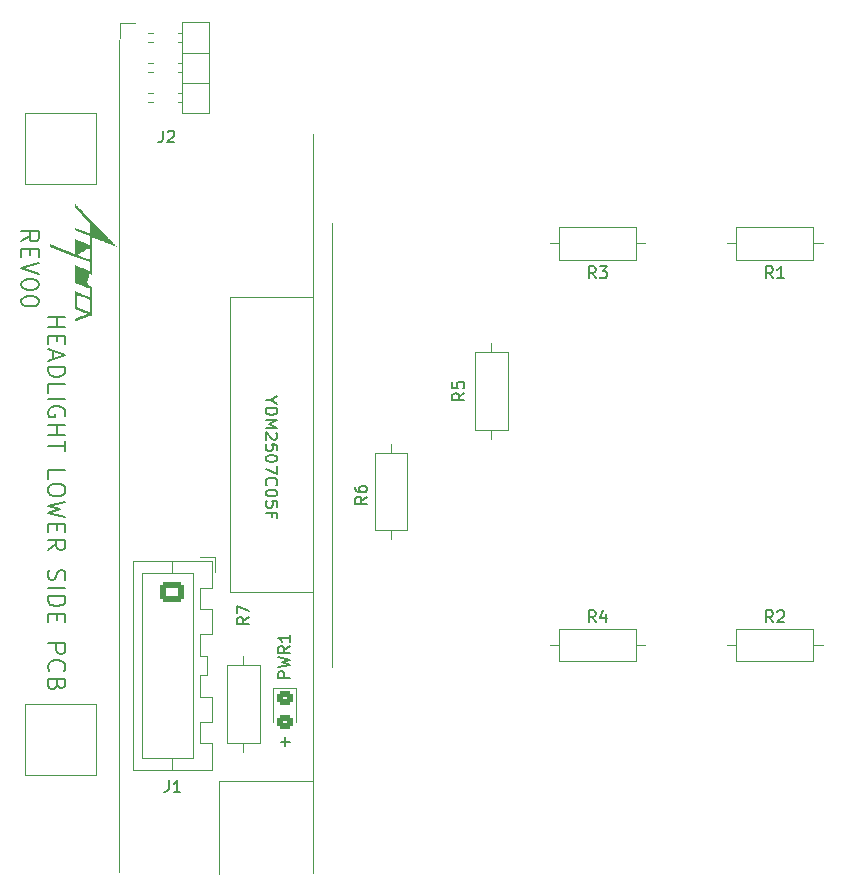
<source format=gbr>
%TF.GenerationSoftware,KiCad,Pcbnew,9.0.0*%
%TF.CreationDate,2025-06-18T11:24:59+09:00*%
%TF.ProjectId,headlight_lower_side,68656164-6c69-4676-9874-5f6c6f776572,00*%
%TF.SameCoordinates,Original*%
%TF.FileFunction,Legend,Top*%
%TF.FilePolarity,Positive*%
%FSLAX46Y46*%
G04 Gerber Fmt 4.6, Leading zero omitted, Abs format (unit mm)*
G04 Created by KiCad (PCBNEW 9.0.0) date 2025-06-18 11:24:59*
%MOMM*%
%LPD*%
G01*
G04 APERTURE LIST*
G04 Aperture macros list*
%AMRoundRect*
0 Rectangle with rounded corners*
0 $1 Rounding radius*
0 $2 $3 $4 $5 $6 $7 $8 $9 X,Y pos of 4 corners*
0 Add a 4 corners polygon primitive as box body*
4,1,4,$2,$3,$4,$5,$6,$7,$8,$9,$2,$3,0*
0 Add four circle primitives for the rounded corners*
1,1,$1+$1,$2,$3*
1,1,$1+$1,$4,$5*
1,1,$1+$1,$6,$7*
1,1,$1+$1,$8,$9*
0 Add four rect primitives between the rounded corners*
20,1,$1+$1,$2,$3,$4,$5,0*
20,1,$1+$1,$4,$5,$6,$7,0*
20,1,$1+$1,$6,$7,$8,$9,0*
20,1,$1+$1,$8,$9,$2,$3,0*%
G04 Aperture macros list end*
%ADD10C,0.187500*%
%ADD11C,0.100000*%
%ADD12C,0.150000*%
%ADD13C,0.120000*%
%ADD14C,0.000000*%
%ADD15C,1.600000*%
%ADD16O,1.600000X1.600000*%
%ADD17C,3.200000*%
%ADD18RoundRect,0.250000X-0.450000X0.325000X-0.450000X-0.325000X0.450000X-0.325000X0.450000X0.325000X0*%
%ADD19RoundRect,0.250000X-0.725000X0.600000X-0.725000X-0.600000X0.725000X-0.600000X0.725000X0.600000X0*%
%ADD20O,1.950000X1.700000*%
%ADD21R,1.700000X1.700000*%
%ADD22O,1.700000X1.700000*%
%ADD23R,1.800000X1.800000*%
%ADD24C,1.800000*%
G04 APERTURE END LIST*
D10*
X60161450Y-87186916D02*
X60923355Y-87186916D01*
X60542402Y-87567869D02*
X60542402Y-86805964D01*
D11*
X44500000Y-87000000D02*
X44500000Y-84000000D01*
X55900000Y-62000000D02*
X55900000Y-49500000D01*
X44500000Y-37000000D02*
X44500000Y-34000000D01*
X38500000Y-84000000D02*
X38500000Y-90000000D01*
X44500000Y-84000000D02*
X38500000Y-84000000D01*
X46500000Y-98250000D02*
X46500000Y-27750000D01*
X55900000Y-74500000D02*
X62900000Y-74500000D01*
X64500000Y-43250000D02*
X64500000Y-80900000D01*
X54900000Y-98400000D02*
X54900000Y-90500000D01*
X54900000Y-90500000D02*
X62900000Y-90500000D01*
X55900000Y-49500000D02*
X62900000Y-49500000D01*
X38500000Y-90000000D02*
X44500000Y-90000000D01*
X44500000Y-40000000D02*
X44500000Y-37000000D01*
X38500000Y-40000000D02*
X44500000Y-40000000D01*
X62900000Y-35700000D02*
X62900000Y-98300000D01*
X44500000Y-90000000D02*
X44500000Y-87000000D01*
X55900000Y-62000000D02*
X55900000Y-74500000D01*
X38500000Y-34000000D02*
X38500000Y-40000000D01*
X44500000Y-34000000D02*
X38500000Y-34000000D01*
D10*
X38193321Y-44837640D02*
X38907607Y-44337640D01*
X38193321Y-43980497D02*
X39693321Y-43980497D01*
X39693321Y-43980497D02*
X39693321Y-44551926D01*
X39693321Y-44551926D02*
X39621892Y-44694783D01*
X39621892Y-44694783D02*
X39550464Y-44766212D01*
X39550464Y-44766212D02*
X39407607Y-44837640D01*
X39407607Y-44837640D02*
X39193321Y-44837640D01*
X39193321Y-44837640D02*
X39050464Y-44766212D01*
X39050464Y-44766212D02*
X38979035Y-44694783D01*
X38979035Y-44694783D02*
X38907607Y-44551926D01*
X38907607Y-44551926D02*
X38907607Y-43980497D01*
X38979035Y-45480497D02*
X38979035Y-45980497D01*
X38193321Y-46194783D02*
X38193321Y-45480497D01*
X38193321Y-45480497D02*
X39693321Y-45480497D01*
X39693321Y-45480497D02*
X39693321Y-46194783D01*
X39693321Y-46623355D02*
X38193321Y-47123355D01*
X38193321Y-47123355D02*
X39693321Y-47623355D01*
X39693321Y-48409069D02*
X39693321Y-48551926D01*
X39693321Y-48551926D02*
X39621892Y-48694783D01*
X39621892Y-48694783D02*
X39550464Y-48766212D01*
X39550464Y-48766212D02*
X39407607Y-48837640D01*
X39407607Y-48837640D02*
X39121892Y-48909069D01*
X39121892Y-48909069D02*
X38764750Y-48909069D01*
X38764750Y-48909069D02*
X38479035Y-48837640D01*
X38479035Y-48837640D02*
X38336178Y-48766212D01*
X38336178Y-48766212D02*
X38264750Y-48694783D01*
X38264750Y-48694783D02*
X38193321Y-48551926D01*
X38193321Y-48551926D02*
X38193321Y-48409069D01*
X38193321Y-48409069D02*
X38264750Y-48266212D01*
X38264750Y-48266212D02*
X38336178Y-48194783D01*
X38336178Y-48194783D02*
X38479035Y-48123354D01*
X38479035Y-48123354D02*
X38764750Y-48051926D01*
X38764750Y-48051926D02*
X39121892Y-48051926D01*
X39121892Y-48051926D02*
X39407607Y-48123354D01*
X39407607Y-48123354D02*
X39550464Y-48194783D01*
X39550464Y-48194783D02*
X39621892Y-48266212D01*
X39621892Y-48266212D02*
X39693321Y-48409069D01*
X39693321Y-49837640D02*
X39693321Y-49980497D01*
X39693321Y-49980497D02*
X39621892Y-50123354D01*
X39621892Y-50123354D02*
X39550464Y-50194783D01*
X39550464Y-50194783D02*
X39407607Y-50266211D01*
X39407607Y-50266211D02*
X39121892Y-50337640D01*
X39121892Y-50337640D02*
X38764750Y-50337640D01*
X38764750Y-50337640D02*
X38479035Y-50266211D01*
X38479035Y-50266211D02*
X38336178Y-50194783D01*
X38336178Y-50194783D02*
X38264750Y-50123354D01*
X38264750Y-50123354D02*
X38193321Y-49980497D01*
X38193321Y-49980497D02*
X38193321Y-49837640D01*
X38193321Y-49837640D02*
X38264750Y-49694783D01*
X38264750Y-49694783D02*
X38336178Y-49623354D01*
X38336178Y-49623354D02*
X38479035Y-49551925D01*
X38479035Y-49551925D02*
X38764750Y-49480497D01*
X38764750Y-49480497D02*
X39121892Y-49480497D01*
X39121892Y-49480497D02*
X39407607Y-49551925D01*
X39407607Y-49551925D02*
X39550464Y-49623354D01*
X39550464Y-49623354D02*
X39621892Y-49694783D01*
X39621892Y-49694783D02*
X39693321Y-49837640D01*
X40443321Y-51230497D02*
X41943321Y-51230497D01*
X41229035Y-51230497D02*
X41229035Y-52087640D01*
X40443321Y-52087640D02*
X41943321Y-52087640D01*
X41229035Y-52801926D02*
X41229035Y-53301926D01*
X40443321Y-53516212D02*
X40443321Y-52801926D01*
X40443321Y-52801926D02*
X41943321Y-52801926D01*
X41943321Y-52801926D02*
X41943321Y-53516212D01*
X40871892Y-54087641D02*
X40871892Y-54801927D01*
X40443321Y-53944784D02*
X41943321Y-54444784D01*
X41943321Y-54444784D02*
X40443321Y-54944784D01*
X40443321Y-55444783D02*
X41943321Y-55444783D01*
X41943321Y-55444783D02*
X41943321Y-55801926D01*
X41943321Y-55801926D02*
X41871892Y-56016212D01*
X41871892Y-56016212D02*
X41729035Y-56159069D01*
X41729035Y-56159069D02*
X41586178Y-56230498D01*
X41586178Y-56230498D02*
X41300464Y-56301926D01*
X41300464Y-56301926D02*
X41086178Y-56301926D01*
X41086178Y-56301926D02*
X40800464Y-56230498D01*
X40800464Y-56230498D02*
X40657607Y-56159069D01*
X40657607Y-56159069D02*
X40514750Y-56016212D01*
X40514750Y-56016212D02*
X40443321Y-55801926D01*
X40443321Y-55801926D02*
X40443321Y-55444783D01*
X40443321Y-57659069D02*
X40443321Y-56944783D01*
X40443321Y-56944783D02*
X41943321Y-56944783D01*
X40443321Y-58159069D02*
X41943321Y-58159069D01*
X41871892Y-59659070D02*
X41943321Y-59516213D01*
X41943321Y-59516213D02*
X41943321Y-59301927D01*
X41943321Y-59301927D02*
X41871892Y-59087641D01*
X41871892Y-59087641D02*
X41729035Y-58944784D01*
X41729035Y-58944784D02*
X41586178Y-58873355D01*
X41586178Y-58873355D02*
X41300464Y-58801927D01*
X41300464Y-58801927D02*
X41086178Y-58801927D01*
X41086178Y-58801927D02*
X40800464Y-58873355D01*
X40800464Y-58873355D02*
X40657607Y-58944784D01*
X40657607Y-58944784D02*
X40514750Y-59087641D01*
X40514750Y-59087641D02*
X40443321Y-59301927D01*
X40443321Y-59301927D02*
X40443321Y-59444784D01*
X40443321Y-59444784D02*
X40514750Y-59659070D01*
X40514750Y-59659070D02*
X40586178Y-59730498D01*
X40586178Y-59730498D02*
X41086178Y-59730498D01*
X41086178Y-59730498D02*
X41086178Y-59444784D01*
X40443321Y-60373355D02*
X41943321Y-60373355D01*
X41229035Y-60373355D02*
X41229035Y-61230498D01*
X40443321Y-61230498D02*
X41943321Y-61230498D01*
X41943321Y-61730499D02*
X41943321Y-62587642D01*
X40443321Y-62159070D02*
X41943321Y-62159070D01*
X40443321Y-64944784D02*
X40443321Y-64230498D01*
X40443321Y-64230498D02*
X41943321Y-64230498D01*
X41943321Y-65730499D02*
X41943321Y-66016213D01*
X41943321Y-66016213D02*
X41871892Y-66159070D01*
X41871892Y-66159070D02*
X41729035Y-66301927D01*
X41729035Y-66301927D02*
X41443321Y-66373356D01*
X41443321Y-66373356D02*
X40943321Y-66373356D01*
X40943321Y-66373356D02*
X40657607Y-66301927D01*
X40657607Y-66301927D02*
X40514750Y-66159070D01*
X40514750Y-66159070D02*
X40443321Y-66016213D01*
X40443321Y-66016213D02*
X40443321Y-65730499D01*
X40443321Y-65730499D02*
X40514750Y-65587642D01*
X40514750Y-65587642D02*
X40657607Y-65444784D01*
X40657607Y-65444784D02*
X40943321Y-65373356D01*
X40943321Y-65373356D02*
X41443321Y-65373356D01*
X41443321Y-65373356D02*
X41729035Y-65444784D01*
X41729035Y-65444784D02*
X41871892Y-65587642D01*
X41871892Y-65587642D02*
X41943321Y-65730499D01*
X41943321Y-66873356D02*
X40443321Y-67230499D01*
X40443321Y-67230499D02*
X41514750Y-67516213D01*
X41514750Y-67516213D02*
X40443321Y-67801928D01*
X40443321Y-67801928D02*
X41943321Y-68159071D01*
X41229035Y-68730499D02*
X41229035Y-69230499D01*
X40443321Y-69444785D02*
X40443321Y-68730499D01*
X40443321Y-68730499D02*
X41943321Y-68730499D01*
X41943321Y-68730499D02*
X41943321Y-69444785D01*
X40443321Y-70944785D02*
X41157607Y-70444785D01*
X40443321Y-70087642D02*
X41943321Y-70087642D01*
X41943321Y-70087642D02*
X41943321Y-70659071D01*
X41943321Y-70659071D02*
X41871892Y-70801928D01*
X41871892Y-70801928D02*
X41800464Y-70873357D01*
X41800464Y-70873357D02*
X41657607Y-70944785D01*
X41657607Y-70944785D02*
X41443321Y-70944785D01*
X41443321Y-70944785D02*
X41300464Y-70873357D01*
X41300464Y-70873357D02*
X41229035Y-70801928D01*
X41229035Y-70801928D02*
X41157607Y-70659071D01*
X41157607Y-70659071D02*
X41157607Y-70087642D01*
X40514750Y-72659071D02*
X40443321Y-72873357D01*
X40443321Y-72873357D02*
X40443321Y-73230499D01*
X40443321Y-73230499D02*
X40514750Y-73373357D01*
X40514750Y-73373357D02*
X40586178Y-73444785D01*
X40586178Y-73444785D02*
X40729035Y-73516214D01*
X40729035Y-73516214D02*
X40871892Y-73516214D01*
X40871892Y-73516214D02*
X41014750Y-73444785D01*
X41014750Y-73444785D02*
X41086178Y-73373357D01*
X41086178Y-73373357D02*
X41157607Y-73230499D01*
X41157607Y-73230499D02*
X41229035Y-72944785D01*
X41229035Y-72944785D02*
X41300464Y-72801928D01*
X41300464Y-72801928D02*
X41371892Y-72730499D01*
X41371892Y-72730499D02*
X41514750Y-72659071D01*
X41514750Y-72659071D02*
X41657607Y-72659071D01*
X41657607Y-72659071D02*
X41800464Y-72730499D01*
X41800464Y-72730499D02*
X41871892Y-72801928D01*
X41871892Y-72801928D02*
X41943321Y-72944785D01*
X41943321Y-72944785D02*
X41943321Y-73301928D01*
X41943321Y-73301928D02*
X41871892Y-73516214D01*
X40443321Y-74159070D02*
X41943321Y-74159070D01*
X40443321Y-74873356D02*
X41943321Y-74873356D01*
X41943321Y-74873356D02*
X41943321Y-75230499D01*
X41943321Y-75230499D02*
X41871892Y-75444785D01*
X41871892Y-75444785D02*
X41729035Y-75587642D01*
X41729035Y-75587642D02*
X41586178Y-75659071D01*
X41586178Y-75659071D02*
X41300464Y-75730499D01*
X41300464Y-75730499D02*
X41086178Y-75730499D01*
X41086178Y-75730499D02*
X40800464Y-75659071D01*
X40800464Y-75659071D02*
X40657607Y-75587642D01*
X40657607Y-75587642D02*
X40514750Y-75444785D01*
X40514750Y-75444785D02*
X40443321Y-75230499D01*
X40443321Y-75230499D02*
X40443321Y-74873356D01*
X41229035Y-76373356D02*
X41229035Y-76873356D01*
X40443321Y-77087642D02*
X40443321Y-76373356D01*
X40443321Y-76373356D02*
X41943321Y-76373356D01*
X41943321Y-76373356D02*
X41943321Y-77087642D01*
X40443321Y-78873356D02*
X41943321Y-78873356D01*
X41943321Y-78873356D02*
X41943321Y-79444785D01*
X41943321Y-79444785D02*
X41871892Y-79587642D01*
X41871892Y-79587642D02*
X41800464Y-79659071D01*
X41800464Y-79659071D02*
X41657607Y-79730499D01*
X41657607Y-79730499D02*
X41443321Y-79730499D01*
X41443321Y-79730499D02*
X41300464Y-79659071D01*
X41300464Y-79659071D02*
X41229035Y-79587642D01*
X41229035Y-79587642D02*
X41157607Y-79444785D01*
X41157607Y-79444785D02*
X41157607Y-78873356D01*
X40586178Y-81230499D02*
X40514750Y-81159071D01*
X40514750Y-81159071D02*
X40443321Y-80944785D01*
X40443321Y-80944785D02*
X40443321Y-80801928D01*
X40443321Y-80801928D02*
X40514750Y-80587642D01*
X40514750Y-80587642D02*
X40657607Y-80444785D01*
X40657607Y-80444785D02*
X40800464Y-80373356D01*
X40800464Y-80373356D02*
X41086178Y-80301928D01*
X41086178Y-80301928D02*
X41300464Y-80301928D01*
X41300464Y-80301928D02*
X41586178Y-80373356D01*
X41586178Y-80373356D02*
X41729035Y-80444785D01*
X41729035Y-80444785D02*
X41871892Y-80587642D01*
X41871892Y-80587642D02*
X41943321Y-80801928D01*
X41943321Y-80801928D02*
X41943321Y-80944785D01*
X41943321Y-80944785D02*
X41871892Y-81159071D01*
X41871892Y-81159071D02*
X41800464Y-81230499D01*
X41229035Y-82373356D02*
X41157607Y-82587642D01*
X41157607Y-82587642D02*
X41086178Y-82659071D01*
X41086178Y-82659071D02*
X40943321Y-82730499D01*
X40943321Y-82730499D02*
X40729035Y-82730499D01*
X40729035Y-82730499D02*
X40586178Y-82659071D01*
X40586178Y-82659071D02*
X40514750Y-82587642D01*
X40514750Y-82587642D02*
X40443321Y-82444785D01*
X40443321Y-82444785D02*
X40443321Y-81873356D01*
X40443321Y-81873356D02*
X41943321Y-81873356D01*
X41943321Y-81873356D02*
X41943321Y-82373356D01*
X41943321Y-82373356D02*
X41871892Y-82516214D01*
X41871892Y-82516214D02*
X41800464Y-82587642D01*
X41800464Y-82587642D02*
X41657607Y-82659071D01*
X41657607Y-82659071D02*
X41514750Y-82659071D01*
X41514750Y-82659071D02*
X41371892Y-82587642D01*
X41371892Y-82587642D02*
X41300464Y-82516214D01*
X41300464Y-82516214D02*
X41229035Y-82373356D01*
X41229035Y-82373356D02*
X41229035Y-81873356D01*
D12*
X59356371Y-58277255D02*
X58880180Y-58277255D01*
X59880180Y-57943922D02*
X59356371Y-58277255D01*
X59356371Y-58277255D02*
X59880180Y-58610588D01*
X58880180Y-58943922D02*
X59880180Y-58943922D01*
X59880180Y-58943922D02*
X59880180Y-59182017D01*
X59880180Y-59182017D02*
X59832561Y-59324874D01*
X59832561Y-59324874D02*
X59737323Y-59420112D01*
X59737323Y-59420112D02*
X59642085Y-59467731D01*
X59642085Y-59467731D02*
X59451609Y-59515350D01*
X59451609Y-59515350D02*
X59308752Y-59515350D01*
X59308752Y-59515350D02*
X59118276Y-59467731D01*
X59118276Y-59467731D02*
X59023038Y-59420112D01*
X59023038Y-59420112D02*
X58927800Y-59324874D01*
X58927800Y-59324874D02*
X58880180Y-59182017D01*
X58880180Y-59182017D02*
X58880180Y-58943922D01*
X58880180Y-59943922D02*
X59880180Y-59943922D01*
X59880180Y-59943922D02*
X59165895Y-60277255D01*
X59165895Y-60277255D02*
X59880180Y-60610588D01*
X59880180Y-60610588D02*
X58880180Y-60610588D01*
X59784942Y-61039160D02*
X59832561Y-61086779D01*
X59832561Y-61086779D02*
X59880180Y-61182017D01*
X59880180Y-61182017D02*
X59880180Y-61420112D01*
X59880180Y-61420112D02*
X59832561Y-61515350D01*
X59832561Y-61515350D02*
X59784942Y-61562969D01*
X59784942Y-61562969D02*
X59689704Y-61610588D01*
X59689704Y-61610588D02*
X59594466Y-61610588D01*
X59594466Y-61610588D02*
X59451609Y-61562969D01*
X59451609Y-61562969D02*
X58880180Y-60991541D01*
X58880180Y-60991541D02*
X58880180Y-61610588D01*
X59880180Y-62515350D02*
X59880180Y-62039160D01*
X59880180Y-62039160D02*
X59403990Y-61991541D01*
X59403990Y-61991541D02*
X59451609Y-62039160D01*
X59451609Y-62039160D02*
X59499228Y-62134398D01*
X59499228Y-62134398D02*
X59499228Y-62372493D01*
X59499228Y-62372493D02*
X59451609Y-62467731D01*
X59451609Y-62467731D02*
X59403990Y-62515350D01*
X59403990Y-62515350D02*
X59308752Y-62562969D01*
X59308752Y-62562969D02*
X59070657Y-62562969D01*
X59070657Y-62562969D02*
X58975419Y-62515350D01*
X58975419Y-62515350D02*
X58927800Y-62467731D01*
X58927800Y-62467731D02*
X58880180Y-62372493D01*
X58880180Y-62372493D02*
X58880180Y-62134398D01*
X58880180Y-62134398D02*
X58927800Y-62039160D01*
X58927800Y-62039160D02*
X58975419Y-61991541D01*
X59880180Y-63182017D02*
X59880180Y-63277255D01*
X59880180Y-63277255D02*
X59832561Y-63372493D01*
X59832561Y-63372493D02*
X59784942Y-63420112D01*
X59784942Y-63420112D02*
X59689704Y-63467731D01*
X59689704Y-63467731D02*
X59499228Y-63515350D01*
X59499228Y-63515350D02*
X59261133Y-63515350D01*
X59261133Y-63515350D02*
X59070657Y-63467731D01*
X59070657Y-63467731D02*
X58975419Y-63420112D01*
X58975419Y-63420112D02*
X58927800Y-63372493D01*
X58927800Y-63372493D02*
X58880180Y-63277255D01*
X58880180Y-63277255D02*
X58880180Y-63182017D01*
X58880180Y-63182017D02*
X58927800Y-63086779D01*
X58927800Y-63086779D02*
X58975419Y-63039160D01*
X58975419Y-63039160D02*
X59070657Y-62991541D01*
X59070657Y-62991541D02*
X59261133Y-62943922D01*
X59261133Y-62943922D02*
X59499228Y-62943922D01*
X59499228Y-62943922D02*
X59689704Y-62991541D01*
X59689704Y-62991541D02*
X59784942Y-63039160D01*
X59784942Y-63039160D02*
X59832561Y-63086779D01*
X59832561Y-63086779D02*
X59880180Y-63182017D01*
X59880180Y-63848684D02*
X59880180Y-64515350D01*
X59880180Y-64515350D02*
X58880180Y-64086779D01*
X58975419Y-65467731D02*
X58927800Y-65420112D01*
X58927800Y-65420112D02*
X58880180Y-65277255D01*
X58880180Y-65277255D02*
X58880180Y-65182017D01*
X58880180Y-65182017D02*
X58927800Y-65039160D01*
X58927800Y-65039160D02*
X59023038Y-64943922D01*
X59023038Y-64943922D02*
X59118276Y-64896303D01*
X59118276Y-64896303D02*
X59308752Y-64848684D01*
X59308752Y-64848684D02*
X59451609Y-64848684D01*
X59451609Y-64848684D02*
X59642085Y-64896303D01*
X59642085Y-64896303D02*
X59737323Y-64943922D01*
X59737323Y-64943922D02*
X59832561Y-65039160D01*
X59832561Y-65039160D02*
X59880180Y-65182017D01*
X59880180Y-65182017D02*
X59880180Y-65277255D01*
X59880180Y-65277255D02*
X59832561Y-65420112D01*
X59832561Y-65420112D02*
X59784942Y-65467731D01*
X59880180Y-66086779D02*
X59880180Y-66182017D01*
X59880180Y-66182017D02*
X59832561Y-66277255D01*
X59832561Y-66277255D02*
X59784942Y-66324874D01*
X59784942Y-66324874D02*
X59689704Y-66372493D01*
X59689704Y-66372493D02*
X59499228Y-66420112D01*
X59499228Y-66420112D02*
X59261133Y-66420112D01*
X59261133Y-66420112D02*
X59070657Y-66372493D01*
X59070657Y-66372493D02*
X58975419Y-66324874D01*
X58975419Y-66324874D02*
X58927800Y-66277255D01*
X58927800Y-66277255D02*
X58880180Y-66182017D01*
X58880180Y-66182017D02*
X58880180Y-66086779D01*
X58880180Y-66086779D02*
X58927800Y-65991541D01*
X58927800Y-65991541D02*
X58975419Y-65943922D01*
X58975419Y-65943922D02*
X59070657Y-65896303D01*
X59070657Y-65896303D02*
X59261133Y-65848684D01*
X59261133Y-65848684D02*
X59499228Y-65848684D01*
X59499228Y-65848684D02*
X59689704Y-65896303D01*
X59689704Y-65896303D02*
X59784942Y-65943922D01*
X59784942Y-65943922D02*
X59832561Y-65991541D01*
X59832561Y-65991541D02*
X59880180Y-66086779D01*
X59880180Y-67324874D02*
X59880180Y-66848684D01*
X59880180Y-66848684D02*
X59403990Y-66801065D01*
X59403990Y-66801065D02*
X59451609Y-66848684D01*
X59451609Y-66848684D02*
X59499228Y-66943922D01*
X59499228Y-66943922D02*
X59499228Y-67182017D01*
X59499228Y-67182017D02*
X59451609Y-67277255D01*
X59451609Y-67277255D02*
X59403990Y-67324874D01*
X59403990Y-67324874D02*
X59308752Y-67372493D01*
X59308752Y-67372493D02*
X59070657Y-67372493D01*
X59070657Y-67372493D02*
X58975419Y-67324874D01*
X58975419Y-67324874D02*
X58927800Y-67277255D01*
X58927800Y-67277255D02*
X58880180Y-67182017D01*
X58880180Y-67182017D02*
X58880180Y-66943922D01*
X58880180Y-66943922D02*
X58927800Y-66848684D01*
X58927800Y-66848684D02*
X58975419Y-66801065D01*
X59403990Y-68134398D02*
X59403990Y-67801065D01*
X58880180Y-67801065D02*
X59880180Y-67801065D01*
X59880180Y-67801065D02*
X59880180Y-68277255D01*
X75704819Y-57666666D02*
X75228628Y-57999999D01*
X75704819Y-58238094D02*
X74704819Y-58238094D01*
X74704819Y-58238094D02*
X74704819Y-57857142D01*
X74704819Y-57857142D02*
X74752438Y-57761904D01*
X74752438Y-57761904D02*
X74800057Y-57714285D01*
X74800057Y-57714285D02*
X74895295Y-57666666D01*
X74895295Y-57666666D02*
X75038152Y-57666666D01*
X75038152Y-57666666D02*
X75133390Y-57714285D01*
X75133390Y-57714285D02*
X75181009Y-57761904D01*
X75181009Y-57761904D02*
X75228628Y-57857142D01*
X75228628Y-57857142D02*
X75228628Y-58238094D01*
X74704819Y-56761904D02*
X74704819Y-57238094D01*
X74704819Y-57238094D02*
X75181009Y-57285713D01*
X75181009Y-57285713D02*
X75133390Y-57238094D01*
X75133390Y-57238094D02*
X75085771Y-57142856D01*
X75085771Y-57142856D02*
X75085771Y-56904761D01*
X75085771Y-56904761D02*
X75133390Y-56809523D01*
X75133390Y-56809523D02*
X75181009Y-56761904D01*
X75181009Y-56761904D02*
X75276247Y-56714285D01*
X75276247Y-56714285D02*
X75514342Y-56714285D01*
X75514342Y-56714285D02*
X75609580Y-56761904D01*
X75609580Y-56761904D02*
X75657200Y-56809523D01*
X75657200Y-56809523D02*
X75704819Y-56904761D01*
X75704819Y-56904761D02*
X75704819Y-57142856D01*
X75704819Y-57142856D02*
X75657200Y-57238094D01*
X75657200Y-57238094D02*
X75609580Y-57285713D01*
X101833333Y-77084819D02*
X101500000Y-76608628D01*
X101261905Y-77084819D02*
X101261905Y-76084819D01*
X101261905Y-76084819D02*
X101642857Y-76084819D01*
X101642857Y-76084819D02*
X101738095Y-76132438D01*
X101738095Y-76132438D02*
X101785714Y-76180057D01*
X101785714Y-76180057D02*
X101833333Y-76275295D01*
X101833333Y-76275295D02*
X101833333Y-76418152D01*
X101833333Y-76418152D02*
X101785714Y-76513390D01*
X101785714Y-76513390D02*
X101738095Y-76561009D01*
X101738095Y-76561009D02*
X101642857Y-76608628D01*
X101642857Y-76608628D02*
X101261905Y-76608628D01*
X102214286Y-76180057D02*
X102261905Y-76132438D01*
X102261905Y-76132438D02*
X102357143Y-76084819D01*
X102357143Y-76084819D02*
X102595238Y-76084819D01*
X102595238Y-76084819D02*
X102690476Y-76132438D01*
X102690476Y-76132438D02*
X102738095Y-76180057D01*
X102738095Y-76180057D02*
X102785714Y-76275295D01*
X102785714Y-76275295D02*
X102785714Y-76370533D01*
X102785714Y-76370533D02*
X102738095Y-76513390D01*
X102738095Y-76513390D02*
X102166667Y-77084819D01*
X102166667Y-77084819D02*
X102785714Y-77084819D01*
X57454819Y-76666666D02*
X56978628Y-76999999D01*
X57454819Y-77238094D02*
X56454819Y-77238094D01*
X56454819Y-77238094D02*
X56454819Y-76857142D01*
X56454819Y-76857142D02*
X56502438Y-76761904D01*
X56502438Y-76761904D02*
X56550057Y-76714285D01*
X56550057Y-76714285D02*
X56645295Y-76666666D01*
X56645295Y-76666666D02*
X56788152Y-76666666D01*
X56788152Y-76666666D02*
X56883390Y-76714285D01*
X56883390Y-76714285D02*
X56931009Y-76761904D01*
X56931009Y-76761904D02*
X56978628Y-76857142D01*
X56978628Y-76857142D02*
X56978628Y-77238094D01*
X56454819Y-76333332D02*
X56454819Y-75666666D01*
X56454819Y-75666666D02*
X57454819Y-76095237D01*
X101833333Y-47954819D02*
X101500000Y-47478628D01*
X101261905Y-47954819D02*
X101261905Y-46954819D01*
X101261905Y-46954819D02*
X101642857Y-46954819D01*
X101642857Y-46954819D02*
X101738095Y-47002438D01*
X101738095Y-47002438D02*
X101785714Y-47050057D01*
X101785714Y-47050057D02*
X101833333Y-47145295D01*
X101833333Y-47145295D02*
X101833333Y-47288152D01*
X101833333Y-47288152D02*
X101785714Y-47383390D01*
X101785714Y-47383390D02*
X101738095Y-47431009D01*
X101738095Y-47431009D02*
X101642857Y-47478628D01*
X101642857Y-47478628D02*
X101261905Y-47478628D01*
X102785714Y-47954819D02*
X102214286Y-47954819D01*
X102500000Y-47954819D02*
X102500000Y-46954819D01*
X102500000Y-46954819D02*
X102404762Y-47097676D01*
X102404762Y-47097676D02*
X102309524Y-47192914D01*
X102309524Y-47192914D02*
X102214286Y-47240533D01*
X67454819Y-66466666D02*
X66978628Y-66799999D01*
X67454819Y-67038094D02*
X66454819Y-67038094D01*
X66454819Y-67038094D02*
X66454819Y-66657142D01*
X66454819Y-66657142D02*
X66502438Y-66561904D01*
X66502438Y-66561904D02*
X66550057Y-66514285D01*
X66550057Y-66514285D02*
X66645295Y-66466666D01*
X66645295Y-66466666D02*
X66788152Y-66466666D01*
X66788152Y-66466666D02*
X66883390Y-66514285D01*
X66883390Y-66514285D02*
X66931009Y-66561904D01*
X66931009Y-66561904D02*
X66978628Y-66657142D01*
X66978628Y-66657142D02*
X66978628Y-67038094D01*
X66454819Y-65609523D02*
X66454819Y-65799999D01*
X66454819Y-65799999D02*
X66502438Y-65895237D01*
X66502438Y-65895237D02*
X66550057Y-65942856D01*
X66550057Y-65942856D02*
X66692914Y-66038094D01*
X66692914Y-66038094D02*
X66883390Y-66085713D01*
X66883390Y-66085713D02*
X67264342Y-66085713D01*
X67264342Y-66085713D02*
X67359580Y-66038094D01*
X67359580Y-66038094D02*
X67407200Y-65990475D01*
X67407200Y-65990475D02*
X67454819Y-65895237D01*
X67454819Y-65895237D02*
X67454819Y-65704761D01*
X67454819Y-65704761D02*
X67407200Y-65609523D01*
X67407200Y-65609523D02*
X67359580Y-65561904D01*
X67359580Y-65561904D02*
X67264342Y-65514285D01*
X67264342Y-65514285D02*
X67026247Y-65514285D01*
X67026247Y-65514285D02*
X66931009Y-65561904D01*
X66931009Y-65561904D02*
X66883390Y-65609523D01*
X66883390Y-65609523D02*
X66835771Y-65704761D01*
X66835771Y-65704761D02*
X66835771Y-65895237D01*
X66835771Y-65895237D02*
X66883390Y-65990475D01*
X66883390Y-65990475D02*
X66931009Y-66038094D01*
X66931009Y-66038094D02*
X67026247Y-66085713D01*
X60954819Y-81809523D02*
X59954819Y-81809523D01*
X59954819Y-81809523D02*
X59954819Y-81428571D01*
X59954819Y-81428571D02*
X60002438Y-81333333D01*
X60002438Y-81333333D02*
X60050057Y-81285714D01*
X60050057Y-81285714D02*
X60145295Y-81238095D01*
X60145295Y-81238095D02*
X60288152Y-81238095D01*
X60288152Y-81238095D02*
X60383390Y-81285714D01*
X60383390Y-81285714D02*
X60431009Y-81333333D01*
X60431009Y-81333333D02*
X60478628Y-81428571D01*
X60478628Y-81428571D02*
X60478628Y-81809523D01*
X59954819Y-80904761D02*
X60954819Y-80666666D01*
X60954819Y-80666666D02*
X60240533Y-80476190D01*
X60240533Y-80476190D02*
X60954819Y-80285714D01*
X60954819Y-80285714D02*
X59954819Y-80047619D01*
X60954819Y-79095238D02*
X60478628Y-79428571D01*
X60954819Y-79666666D02*
X59954819Y-79666666D01*
X59954819Y-79666666D02*
X59954819Y-79285714D01*
X59954819Y-79285714D02*
X60002438Y-79190476D01*
X60002438Y-79190476D02*
X60050057Y-79142857D01*
X60050057Y-79142857D02*
X60145295Y-79095238D01*
X60145295Y-79095238D02*
X60288152Y-79095238D01*
X60288152Y-79095238D02*
X60383390Y-79142857D01*
X60383390Y-79142857D02*
X60431009Y-79190476D01*
X60431009Y-79190476D02*
X60478628Y-79285714D01*
X60478628Y-79285714D02*
X60478628Y-79666666D01*
X60954819Y-78142857D02*
X60954819Y-78714285D01*
X60954819Y-78428571D02*
X59954819Y-78428571D01*
X59954819Y-78428571D02*
X60097676Y-78523809D01*
X60097676Y-78523809D02*
X60192914Y-78619047D01*
X60192914Y-78619047D02*
X60240533Y-78714285D01*
X86833333Y-77084819D02*
X86500000Y-76608628D01*
X86261905Y-77084819D02*
X86261905Y-76084819D01*
X86261905Y-76084819D02*
X86642857Y-76084819D01*
X86642857Y-76084819D02*
X86738095Y-76132438D01*
X86738095Y-76132438D02*
X86785714Y-76180057D01*
X86785714Y-76180057D02*
X86833333Y-76275295D01*
X86833333Y-76275295D02*
X86833333Y-76418152D01*
X86833333Y-76418152D02*
X86785714Y-76513390D01*
X86785714Y-76513390D02*
X86738095Y-76561009D01*
X86738095Y-76561009D02*
X86642857Y-76608628D01*
X86642857Y-76608628D02*
X86261905Y-76608628D01*
X87690476Y-76418152D02*
X87690476Y-77084819D01*
X87452381Y-76037200D02*
X87214286Y-76751485D01*
X87214286Y-76751485D02*
X87833333Y-76751485D01*
X86833333Y-47954819D02*
X86500000Y-47478628D01*
X86261905Y-47954819D02*
X86261905Y-46954819D01*
X86261905Y-46954819D02*
X86642857Y-46954819D01*
X86642857Y-46954819D02*
X86738095Y-47002438D01*
X86738095Y-47002438D02*
X86785714Y-47050057D01*
X86785714Y-47050057D02*
X86833333Y-47145295D01*
X86833333Y-47145295D02*
X86833333Y-47288152D01*
X86833333Y-47288152D02*
X86785714Y-47383390D01*
X86785714Y-47383390D02*
X86738095Y-47431009D01*
X86738095Y-47431009D02*
X86642857Y-47478628D01*
X86642857Y-47478628D02*
X86261905Y-47478628D01*
X87166667Y-46954819D02*
X87785714Y-46954819D01*
X87785714Y-46954819D02*
X87452381Y-47335771D01*
X87452381Y-47335771D02*
X87595238Y-47335771D01*
X87595238Y-47335771D02*
X87690476Y-47383390D01*
X87690476Y-47383390D02*
X87738095Y-47431009D01*
X87738095Y-47431009D02*
X87785714Y-47526247D01*
X87785714Y-47526247D02*
X87785714Y-47764342D01*
X87785714Y-47764342D02*
X87738095Y-47859580D01*
X87738095Y-47859580D02*
X87690476Y-47907200D01*
X87690476Y-47907200D02*
X87595238Y-47954819D01*
X87595238Y-47954819D02*
X87309524Y-47954819D01*
X87309524Y-47954819D02*
X87214286Y-47907200D01*
X87214286Y-47907200D02*
X87166667Y-47859580D01*
X50666666Y-90454819D02*
X50666666Y-91169104D01*
X50666666Y-91169104D02*
X50619047Y-91311961D01*
X50619047Y-91311961D02*
X50523809Y-91407200D01*
X50523809Y-91407200D02*
X50380952Y-91454819D01*
X50380952Y-91454819D02*
X50285714Y-91454819D01*
X51666666Y-91454819D02*
X51095238Y-91454819D01*
X51380952Y-91454819D02*
X51380952Y-90454819D01*
X51380952Y-90454819D02*
X51285714Y-90597676D01*
X51285714Y-90597676D02*
X51190476Y-90692914D01*
X51190476Y-90692914D02*
X51095238Y-90740533D01*
X50166666Y-35454819D02*
X50166666Y-36169104D01*
X50166666Y-36169104D02*
X50119047Y-36311961D01*
X50119047Y-36311961D02*
X50023809Y-36407200D01*
X50023809Y-36407200D02*
X49880952Y-36454819D01*
X49880952Y-36454819D02*
X49785714Y-36454819D01*
X50595238Y-35550057D02*
X50642857Y-35502438D01*
X50642857Y-35502438D02*
X50738095Y-35454819D01*
X50738095Y-35454819D02*
X50976190Y-35454819D01*
X50976190Y-35454819D02*
X51071428Y-35502438D01*
X51071428Y-35502438D02*
X51119047Y-35550057D01*
X51119047Y-35550057D02*
X51166666Y-35645295D01*
X51166666Y-35645295D02*
X51166666Y-35740533D01*
X51166666Y-35740533D02*
X51119047Y-35883390D01*
X51119047Y-35883390D02*
X50547619Y-36454819D01*
X50547619Y-36454819D02*
X51166666Y-36454819D01*
D13*
%TO.C,R5*%
X76630000Y-54230000D02*
X76630000Y-60770000D01*
X76630000Y-60770000D02*
X79370000Y-60770000D01*
X78000000Y-53460000D02*
X78000000Y-54230000D01*
X78000000Y-61540000D02*
X78000000Y-60770000D01*
X79370000Y-54230000D02*
X76630000Y-54230000D01*
X79370000Y-60770000D02*
X79370000Y-54230000D01*
%TO.C,R2*%
X97960000Y-79000000D02*
X98730000Y-79000000D01*
X98730000Y-77630000D02*
X98730000Y-80370000D01*
X98730000Y-80370000D02*
X105270000Y-80370000D01*
X105270000Y-77630000D02*
X98730000Y-77630000D01*
X105270000Y-80370000D02*
X105270000Y-77630000D01*
X106040000Y-79000000D02*
X105270000Y-79000000D01*
%TO.C,R7*%
X55630000Y-80730000D02*
X55630000Y-87270000D01*
X55630000Y-87270000D02*
X58370000Y-87270000D01*
X57000000Y-79960000D02*
X57000000Y-80730000D01*
X57000000Y-88040000D02*
X57000000Y-87270000D01*
X58370000Y-80730000D02*
X55630000Y-80730000D01*
X58370000Y-87270000D02*
X58370000Y-80730000D01*
%TO.C,R1*%
X97960000Y-45000000D02*
X98730000Y-45000000D01*
X98730000Y-43630000D02*
X98730000Y-46370000D01*
X98730000Y-46370000D02*
X105270000Y-46370000D01*
X105270000Y-43630000D02*
X98730000Y-43630000D01*
X105270000Y-46370000D02*
X105270000Y-43630000D01*
X106040000Y-45000000D02*
X105270000Y-45000000D01*
D14*
%TO.C,G\u002A\u002A\u002A*%
G36*
X42828662Y-41733178D02*
G01*
X42865244Y-41770225D01*
X42913384Y-41819171D01*
X42972359Y-41879276D01*
X43041450Y-41949799D01*
X43119933Y-42030000D01*
X43207088Y-42119137D01*
X43302195Y-42216470D01*
X43404531Y-42321259D01*
X43513376Y-42432761D01*
X43628007Y-42550238D01*
X43747705Y-42672947D01*
X43871748Y-42800149D01*
X43999414Y-42931102D01*
X44129983Y-43065066D01*
X44262732Y-43201299D01*
X44396942Y-43339062D01*
X44531890Y-43477613D01*
X44666856Y-43616212D01*
X44801118Y-43754118D01*
X44933955Y-43890590D01*
X45064646Y-44024888D01*
X45192469Y-44156270D01*
X45316704Y-44283996D01*
X45436629Y-44407326D01*
X45551522Y-44525518D01*
X45660664Y-44637831D01*
X45763331Y-44743526D01*
X45858805Y-44841860D01*
X45946362Y-44932094D01*
X46025282Y-45013487D01*
X46094843Y-45085298D01*
X46154325Y-45146786D01*
X46203006Y-45197211D01*
X46240165Y-45235831D01*
X46265080Y-45261906D01*
X46277031Y-45274695D01*
X46278021Y-45275924D01*
X46268369Y-45272886D01*
X46241290Y-45263003D01*
X46197980Y-45246737D01*
X46139639Y-45224550D01*
X46067463Y-45196905D01*
X45982651Y-45164263D01*
X45886400Y-45127086D01*
X45779910Y-45085837D01*
X45664376Y-45040977D01*
X45540998Y-44992969D01*
X45410973Y-44942274D01*
X45275500Y-44889356D01*
X45254674Y-44881212D01*
X45118406Y-44827980D01*
X44987350Y-44776903D01*
X44862708Y-44728445D01*
X44745684Y-44683068D01*
X44637482Y-44641233D01*
X44539304Y-44603405D01*
X44452354Y-44570045D01*
X44377835Y-44541617D01*
X44316951Y-44518581D01*
X44270904Y-44501402D01*
X44240898Y-44490542D01*
X44228136Y-44486463D01*
X44227787Y-44486463D01*
X44226950Y-44496732D01*
X44226140Y-44525940D01*
X44225361Y-44573018D01*
X44224618Y-44636895D01*
X44223916Y-44716504D01*
X44223261Y-44810774D01*
X44222658Y-44918636D01*
X44222111Y-45039022D01*
X44221626Y-45170861D01*
X44221207Y-45313085D01*
X44220860Y-45464624D01*
X44220590Y-45624410D01*
X44220402Y-45791372D01*
X44220301Y-45964442D01*
X44220284Y-46070420D01*
X44220235Y-46246560D01*
X44220090Y-46417187D01*
X44219856Y-46581237D01*
X44219537Y-46737643D01*
X44219139Y-46885340D01*
X44218668Y-47023263D01*
X44218128Y-47150345D01*
X44217525Y-47265521D01*
X44216864Y-47367724D01*
X44216151Y-47455891D01*
X44215391Y-47528954D01*
X44214589Y-47585847D01*
X44213751Y-47625506D01*
X44212883Y-47646865D01*
X44212347Y-47650452D01*
X44200470Y-47646915D01*
X44173981Y-47637280D01*
X44136789Y-47623017D01*
X44092806Y-47605592D01*
X44092414Y-47605435D01*
X44048426Y-47587994D01*
X44011235Y-47573700D01*
X43984738Y-47564019D01*
X43972832Y-47560417D01*
X43972801Y-47560417D01*
X43969606Y-47569723D01*
X43966995Y-47594852D01*
X43965293Y-47631622D01*
X43964815Y-47662957D01*
X43964446Y-47765498D01*
X43902559Y-47890547D01*
X43861764Y-47978714D01*
X43832553Y-48056764D01*
X43813683Y-48129934D01*
X43803912Y-48203463D01*
X43801996Y-48282589D01*
X43802871Y-48310712D01*
X43808697Y-48390188D01*
X43818774Y-48451473D01*
X43827183Y-48480779D01*
X43846625Y-48535801D01*
X44033454Y-48609977D01*
X44220284Y-48684154D01*
X44220284Y-49904057D01*
X44220274Y-50085813D01*
X44220232Y-50248597D01*
X44220144Y-50393442D01*
X44219994Y-50521385D01*
X44219769Y-50633459D01*
X44219453Y-50730700D01*
X44219031Y-50814144D01*
X44218488Y-50884823D01*
X44217810Y-50943775D01*
X44216980Y-50992034D01*
X44215985Y-51030634D01*
X44214810Y-51060610D01*
X44213438Y-51082998D01*
X44211857Y-51098833D01*
X44210050Y-51109149D01*
X44208003Y-51114981D01*
X44205700Y-51117365D01*
X44203127Y-51117335D01*
X44202777Y-51117210D01*
X44181930Y-51110460D01*
X44152385Y-51102257D01*
X44145255Y-51100435D01*
X44137060Y-51098772D01*
X44127839Y-51098170D01*
X44116256Y-51099103D01*
X44100980Y-51102048D01*
X44080678Y-51107478D01*
X44054018Y-51115869D01*
X44019665Y-51127695D01*
X43976288Y-51143433D01*
X43922554Y-51163556D01*
X43857130Y-51188540D01*
X43778683Y-51218860D01*
X43685880Y-51254991D01*
X43577389Y-51297407D01*
X43451877Y-51346584D01*
X43424971Y-51357132D01*
X43313847Y-51400705D01*
X43208023Y-51442207D01*
X43108996Y-51481049D01*
X43018260Y-51516646D01*
X42937312Y-51548409D01*
X42867649Y-51575753D01*
X42810765Y-51598089D01*
X42768157Y-51614831D01*
X42741321Y-51625391D01*
X42731870Y-51629133D01*
X42726312Y-51627369D01*
X42722847Y-51614843D01*
X42721242Y-51588951D01*
X42721266Y-51547089D01*
X42721867Y-51517230D01*
X42724695Y-51400047D01*
X43267375Y-51188404D01*
X43366064Y-51149826D01*
X43458971Y-51113334D01*
X43544460Y-51079582D01*
X43620893Y-51049226D01*
X43686632Y-51022920D01*
X43740041Y-51001319D01*
X43779482Y-50985077D01*
X43803319Y-50974849D01*
X43810089Y-50971361D01*
X43801044Y-50966839D01*
X43774995Y-50955740D01*
X43733593Y-50938725D01*
X43678487Y-50916454D01*
X43611326Y-50889588D01*
X43533761Y-50858788D01*
X43447442Y-50824713D01*
X43354017Y-50788024D01*
X43275916Y-50757487D01*
X43177636Y-50719091D01*
X43084826Y-50682748D01*
X42999179Y-50649129D01*
X42922391Y-50618901D01*
X42856156Y-50592735D01*
X42802169Y-50571299D01*
X42762125Y-50555263D01*
X42737718Y-50545296D01*
X42730637Y-50542171D01*
X42728382Y-50534229D01*
X42726464Y-50512901D01*
X42724874Y-50477441D01*
X42723603Y-50427101D01*
X42722643Y-50361134D01*
X42721986Y-50278791D01*
X42721623Y-50179325D01*
X42721545Y-50061989D01*
X42721745Y-49926035D01*
X42722130Y-49794142D01*
X42723052Y-49527815D01*
X42933895Y-49527815D01*
X42933898Y-49591453D01*
X42934209Y-49670281D01*
X42934781Y-49765892D01*
X42935568Y-49879881D01*
X42935588Y-49882685D01*
X42939235Y-50396008D01*
X42992028Y-50415259D01*
X43020739Y-50426013D01*
X43066296Y-50443450D01*
X43126947Y-50466887D01*
X43200937Y-50495637D01*
X43286510Y-50529017D01*
X43381914Y-50566341D01*
X43485393Y-50606925D01*
X43595193Y-50650083D01*
X43709559Y-50695133D01*
X43749983Y-50711078D01*
X43816848Y-50737428D01*
X43877348Y-50761199D01*
X43929073Y-50781452D01*
X43969610Y-50797244D01*
X43996549Y-50807632D01*
X44007477Y-50811676D01*
X44007584Y-50811697D01*
X44008090Y-50802005D01*
X44008564Y-50774174D01*
X44008996Y-50730076D01*
X44009377Y-50671579D01*
X44009697Y-50600555D01*
X44009946Y-50518871D01*
X44010116Y-50428400D01*
X44010196Y-50331009D01*
X44010201Y-50298459D01*
X44010201Y-49785222D01*
X43489792Y-49582188D01*
X43392553Y-49544293D01*
X43300563Y-49508525D01*
X43215571Y-49475558D01*
X43139326Y-49446068D01*
X43073580Y-49420729D01*
X43020081Y-49400216D01*
X42980579Y-49385205D01*
X42956825Y-49376369D01*
X42950662Y-49374258D01*
X42946493Y-49373762D01*
X42943011Y-49375704D01*
X42940168Y-49381677D01*
X42937918Y-49393277D01*
X42936213Y-49412097D01*
X42935006Y-49439731D01*
X42934249Y-49477772D01*
X42933895Y-49527815D01*
X42723052Y-49527815D01*
X42724695Y-49052956D01*
X42946493Y-49139559D01*
X43349942Y-49297090D01*
X43456586Y-49338713D01*
X43558009Y-49378266D01*
X43652630Y-49415132D01*
X43738868Y-49448700D01*
X43815143Y-49478353D01*
X43879876Y-49503479D01*
X43931486Y-49523463D01*
X43968393Y-49537691D01*
X43989017Y-49545549D01*
X43992695Y-49546886D01*
X43997288Y-49547370D01*
X44001002Y-49544293D01*
X44003929Y-49535773D01*
X44006162Y-49519931D01*
X44007795Y-49494887D01*
X44008919Y-49458761D01*
X44009629Y-49409671D01*
X44010017Y-49345739D01*
X44010176Y-49265084D01*
X44010201Y-49192803D01*
X44010048Y-49093594D01*
X44009553Y-49012827D01*
X44008662Y-48948938D01*
X44007322Y-48900364D01*
X44005479Y-48865541D01*
X44003079Y-48842905D01*
X44000069Y-48830893D01*
X43997697Y-48828015D01*
X43981437Y-48821575D01*
X43948587Y-48808661D01*
X43901128Y-48790048D01*
X43841040Y-48766508D01*
X43770304Y-48738818D01*
X43690900Y-48707749D01*
X43604810Y-48674078D01*
X43514015Y-48638577D01*
X43420494Y-48602020D01*
X43326230Y-48565183D01*
X43233202Y-48528839D01*
X43143392Y-48493761D01*
X43058779Y-48460725D01*
X42981346Y-48430504D01*
X42913073Y-48403872D01*
X42855940Y-48381604D01*
X42811929Y-48364473D01*
X42783019Y-48353254D01*
X42772214Y-48349099D01*
X42719693Y-48329283D01*
X42719693Y-48072292D01*
X43402552Y-48072292D01*
X43404367Y-48106676D01*
X43418680Y-48131534D01*
X43442776Y-48149788D01*
X43473845Y-48154651D01*
X43510220Y-48148289D01*
X43533574Y-48127785D01*
X43545913Y-48093656D01*
X43547203Y-48067766D01*
X43536110Y-48046576D01*
X43526583Y-48036267D01*
X43494247Y-48014789D01*
X43461002Y-48011462D01*
X43430803Y-48026260D01*
X43420695Y-48036953D01*
X43402552Y-48072292D01*
X42719693Y-48072292D01*
X42719693Y-47740167D01*
X43131607Y-47740167D01*
X43131897Y-47760121D01*
X43138388Y-47778972D01*
X43156032Y-47787197D01*
X43166063Y-47788543D01*
X43189926Y-47787523D01*
X43200982Y-47776490D01*
X43202269Y-47772457D01*
X43201408Y-47745092D01*
X43186057Y-47725963D01*
X43166039Y-47720480D01*
X43141375Y-47724755D01*
X43131607Y-47740167D01*
X42719693Y-47740167D01*
X42719693Y-47665409D01*
X43592086Y-47665409D01*
X43595783Y-47684749D01*
X43605855Y-47693318D01*
X43628481Y-47695439D01*
X43635054Y-47695470D01*
X43661037Y-47694027D01*
X43673264Y-47687013D01*
X43677923Y-47670405D01*
X43678293Y-47667354D01*
X43674825Y-47635549D01*
X43657585Y-47615649D01*
X43635830Y-47610437D01*
X43608070Y-47618198D01*
X43593536Y-47640390D01*
X43592086Y-47665409D01*
X42719693Y-47665409D01*
X42719693Y-47583638D01*
X42719755Y-47438787D01*
X42719952Y-47312820D01*
X42720304Y-47204613D01*
X42720829Y-47113042D01*
X42721546Y-47036982D01*
X42722476Y-46975310D01*
X42723635Y-46926901D01*
X42725045Y-46890633D01*
X42726722Y-46865380D01*
X42728687Y-46850019D01*
X42730959Y-46843426D01*
X42732198Y-46843059D01*
X42742891Y-46847261D01*
X42770348Y-46858012D01*
X42812699Y-46874582D01*
X42868074Y-46896239D01*
X42934600Y-46922253D01*
X43010407Y-46951891D01*
X43093624Y-46984422D01*
X43166039Y-47012728D01*
X43182381Y-47019116D01*
X43274805Y-47055241D01*
X43369026Y-47092065D01*
X43461002Y-47128011D01*
X43463172Y-47128859D01*
X43555374Y-47164889D01*
X43635830Y-47196327D01*
X43643760Y-47199426D01*
X43726458Y-47231738D01*
X43801598Y-47261093D01*
X43867309Y-47286761D01*
X43921720Y-47308009D01*
X43962959Y-47324108D01*
X43989156Y-47334325D01*
X43997822Y-47337695D01*
X44001210Y-47335320D01*
X44003898Y-47324231D01*
X44005932Y-47302826D01*
X44007357Y-47269501D01*
X44008217Y-47222652D01*
X44008558Y-47160678D01*
X44008423Y-47081973D01*
X44007859Y-46984937D01*
X44007826Y-46980364D01*
X44005199Y-46618160D01*
X42355186Y-45974033D01*
X42950977Y-45974033D01*
X42951689Y-45974765D01*
X42951759Y-45974827D01*
X42961388Y-45978887D01*
X42987907Y-45989519D01*
X43029564Y-46006031D01*
X43084604Y-46027734D01*
X43151273Y-46053938D01*
X43227819Y-46083954D01*
X43312488Y-46117090D01*
X43403525Y-46152659D01*
X43434975Y-46164933D01*
X43529535Y-46201829D01*
X43619770Y-46237044D01*
X43703705Y-46269805D01*
X43779366Y-46299343D01*
X43844777Y-46324885D01*
X43897963Y-46345660D01*
X43936949Y-46360898D01*
X43959760Y-46369827D01*
X43962683Y-46370974D01*
X44010201Y-46389664D01*
X44010201Y-45873537D01*
X44010169Y-45758606D01*
X44010036Y-45662108D01*
X44009750Y-45582470D01*
X44009257Y-45518117D01*
X44008505Y-45467475D01*
X44007439Y-45428970D01*
X44006006Y-45401028D01*
X44004155Y-45382075D01*
X44001830Y-45370536D01*
X43998979Y-45364838D01*
X43995549Y-45363406D01*
X43992976Y-45364020D01*
X43981324Y-45370185D01*
X43954033Y-45385528D01*
X43912728Y-45409113D01*
X43859031Y-45440001D01*
X43794567Y-45477254D01*
X43720959Y-45519936D01*
X43639831Y-45567108D01*
X43552806Y-45617833D01*
X43495280Y-45651428D01*
X43384587Y-45716120D01*
X43289923Y-45771454D01*
X43210045Y-45818168D01*
X43143710Y-45857004D01*
X43089674Y-45888701D01*
X43046695Y-45913998D01*
X43013528Y-45933635D01*
X42988931Y-45948353D01*
X42971661Y-45958890D01*
X42960473Y-45965987D01*
X42954126Y-45970383D01*
X42951375Y-45972819D01*
X42950977Y-45974033D01*
X42355186Y-45974033D01*
X42312033Y-45957187D01*
X40618866Y-45296214D01*
X40620701Y-45260356D01*
X40622365Y-45232362D01*
X40625002Y-45192757D01*
X40628055Y-45149881D01*
X40628204Y-45147868D01*
X40633872Y-45071239D01*
X41669280Y-45475482D01*
X41806664Y-45529094D01*
X41938841Y-45580624D01*
X42064614Y-45629609D01*
X42182791Y-45675586D01*
X42292175Y-45718091D01*
X42391573Y-45756662D01*
X42479790Y-45790835D01*
X42555631Y-45820148D01*
X42617902Y-45844138D01*
X42665408Y-45862340D01*
X42696955Y-45874293D01*
X42711347Y-45879533D01*
X42712115Y-45879740D01*
X42713461Y-45870021D01*
X42714809Y-45841990D01*
X42716132Y-45797342D01*
X42717404Y-45737772D01*
X42718596Y-45664976D01*
X42719683Y-45580649D01*
X42720636Y-45486486D01*
X42721428Y-45384183D01*
X42722033Y-45275435D01*
X42722119Y-45255466D01*
X42724695Y-44631177D01*
X43349942Y-44875378D01*
X43456584Y-44917012D01*
X43558005Y-44956572D01*
X43652624Y-44993445D01*
X43738861Y-45027016D01*
X43815136Y-45056672D01*
X43879869Y-45081799D01*
X43931479Y-45101782D01*
X43968388Y-45116006D01*
X43989015Y-45123859D01*
X43992695Y-45125194D01*
X43995549Y-45125486D01*
X43997239Y-45125659D01*
X44000920Y-45122604D01*
X44003827Y-45114170D01*
X44006048Y-45098497D01*
X44007671Y-45073725D01*
X44008785Y-45037997D01*
X44009478Y-44989451D01*
X44009838Y-44926228D01*
X44009954Y-44846470D01*
X44009925Y-44762489D01*
X44009648Y-44394170D01*
X43367172Y-44144026D01*
X42724695Y-43893882D01*
X42721867Y-43781384D01*
X42721417Y-43729558D01*
X42722925Y-43692490D01*
X42726264Y-43672187D01*
X42728996Y-43668885D01*
X42739787Y-43672437D01*
X42767642Y-43682691D01*
X42810997Y-43699048D01*
X42868288Y-43720905D01*
X42937952Y-43747661D01*
X43018424Y-43778715D01*
X43108142Y-43813465D01*
X43205542Y-43851311D01*
X43309059Y-43891651D01*
X43357070Y-43910399D01*
X43463088Y-43951792D01*
X43563881Y-43991085D01*
X43657860Y-44027663D01*
X43743435Y-44060909D01*
X43819017Y-44090209D01*
X43883016Y-44114946D01*
X43933844Y-44134504D01*
X43969910Y-44148267D01*
X43989625Y-44155620D01*
X43992695Y-44156662D01*
X43996828Y-44156840D01*
X44000256Y-44153804D01*
X44003044Y-44145871D01*
X44005259Y-44131356D01*
X44006965Y-44108576D01*
X44008228Y-44075846D01*
X44009115Y-44031482D01*
X44009690Y-43973800D01*
X44010019Y-43901116D01*
X44010167Y-43811745D01*
X44010201Y-43707261D01*
X44010201Y-43253110D01*
X43365449Y-42593156D01*
X42720697Y-41933201D01*
X42720195Y-41778196D01*
X42719693Y-41623191D01*
X42828662Y-41733178D01*
G37*
D13*
%TO.C,R6*%
X68130000Y-62730000D02*
X68130000Y-69270000D01*
X68130000Y-69270000D02*
X70870000Y-69270000D01*
X69500000Y-61960000D02*
X69500000Y-62730000D01*
X69500000Y-70040000D02*
X69500000Y-69270000D01*
X70870000Y-62730000D02*
X68130000Y-62730000D01*
X70870000Y-69270000D02*
X70870000Y-62730000D01*
%TO.C,PWR1*%
X59540000Y-82640000D02*
X59540000Y-85500000D01*
X61460000Y-82640000D02*
X59540000Y-82640000D01*
X61460000Y-85500000D02*
X61460000Y-82640000D01*
%TO.C,R4*%
X82960000Y-79000000D02*
X83730000Y-79000000D01*
X83730000Y-77630000D02*
X83730000Y-80370000D01*
X83730000Y-80370000D02*
X90270000Y-80370000D01*
X90270000Y-77630000D02*
X83730000Y-77630000D01*
X90270000Y-80370000D02*
X90270000Y-77630000D01*
X91040000Y-79000000D02*
X90270000Y-79000000D01*
%TO.C,R3*%
X82960000Y-45000000D02*
X83730000Y-45000000D01*
X83730000Y-43630000D02*
X83730000Y-46370000D01*
X83730000Y-46370000D02*
X90270000Y-46370000D01*
X90270000Y-43630000D02*
X83730000Y-43630000D01*
X90270000Y-46370000D02*
X90270000Y-43630000D01*
X91040000Y-45000000D02*
X90270000Y-45000000D01*
%TO.C,J1*%
X47690000Y-71890000D02*
X47690000Y-89610000D01*
X47690000Y-89610000D02*
X54310000Y-89610000D01*
X48400000Y-72900000D02*
X48400000Y-88600000D01*
X48400000Y-88600000D02*
X52700000Y-88600000D01*
X51000000Y-71890000D02*
X51000000Y-72900000D01*
X51000000Y-89610000D02*
X51000000Y-88600000D01*
X52700000Y-72900000D02*
X48400000Y-72900000D01*
X52700000Y-88600000D02*
X52700000Y-72900000D01*
X53310000Y-74190000D02*
X54310000Y-74190000D01*
X53310000Y-75950000D02*
X53310000Y-74190000D01*
X53310000Y-78050000D02*
X54310000Y-78050000D01*
X53310000Y-79950000D02*
X53310000Y-78050000D01*
X53310000Y-81550000D02*
X53910000Y-81550000D01*
X53310000Y-83450000D02*
X53310000Y-81550000D01*
X53310000Y-85550000D02*
X54310000Y-85550000D01*
X53310000Y-87310000D02*
X53310000Y-85550000D01*
X53910000Y-79950000D02*
X53310000Y-79950000D01*
X53910000Y-81550000D02*
X53910000Y-79950000D01*
X54310000Y-71890000D02*
X47690000Y-71890000D01*
X54310000Y-74190000D02*
X54310000Y-71890000D01*
X54310000Y-75950000D02*
X53310000Y-75950000D01*
X54310000Y-78050000D02*
X54310000Y-75950000D01*
X54310000Y-83450000D02*
X53310000Y-83450000D01*
X54310000Y-85550000D02*
X54310000Y-83450000D01*
X54310000Y-87310000D02*
X53310000Y-87310000D01*
X54310000Y-89610000D02*
X54310000Y-87310000D01*
X54610000Y-71590000D02*
X53360000Y-71590000D01*
X54610000Y-72840000D02*
X54610000Y-71590000D01*
%TO.C,J2*%
X46580000Y-26305000D02*
X47850000Y-26305000D01*
X46580000Y-27575000D02*
X46580000Y-26305000D01*
X48892929Y-29735000D02*
X49347071Y-29735000D01*
X48892929Y-30495000D02*
X49347071Y-30495000D01*
X48892929Y-32275000D02*
X49347071Y-32275000D01*
X48892929Y-33035000D02*
X49347071Y-33035000D01*
X48960000Y-27195000D02*
X49347071Y-27195000D01*
X48960000Y-27955000D02*
X49347071Y-27955000D01*
X51432929Y-27195000D02*
X51830000Y-27195000D01*
X51432929Y-27955000D02*
X51830000Y-27955000D01*
X51432929Y-29735000D02*
X51830000Y-29735000D01*
X51432929Y-30495000D02*
X51830000Y-30495000D01*
X51432929Y-32275000D02*
X51830000Y-32275000D01*
X51432929Y-33035000D02*
X51830000Y-33035000D01*
X51830000Y-26245000D02*
X51830000Y-33985000D01*
X51830000Y-28845000D02*
X54100000Y-28845000D01*
X51830000Y-31385000D02*
X54100000Y-31385000D01*
X51830000Y-33985000D02*
X54100000Y-33985000D01*
X54100000Y-26245000D02*
X51830000Y-26245000D01*
D11*
X54100000Y-33985000D02*
X54100000Y-26245000D01*
%TD*%
%LPC*%
D15*
%TO.C,R5*%
X78000000Y-62580000D03*
D16*
X78000000Y-52420000D03*
%TD*%
D17*
%TO.C,H1*%
X41500000Y-37000000D03*
%TD*%
%TO.C,H2*%
X41500000Y-87000000D03*
%TD*%
%TO.C,H4*%
X69500000Y-76000000D03*
%TD*%
D15*
%TO.C,R2*%
X96920000Y-79000000D03*
D16*
X107080000Y-79000000D03*
%TD*%
D15*
%TO.C,R7*%
X57000000Y-78920000D03*
D16*
X57000000Y-89080000D03*
%TD*%
D15*
%TO.C,R1*%
X96920000Y-45000000D03*
D16*
X107080000Y-45000000D03*
%TD*%
D15*
%TO.C,R6*%
X69500000Y-60920000D03*
D16*
X69500000Y-71080000D03*
%TD*%
D18*
%TO.C,PWR1*%
X60500000Y-83475000D03*
X60500000Y-85525000D03*
%TD*%
D15*
%TO.C,R4*%
X81920000Y-79000000D03*
D16*
X92080000Y-79000000D03*
%TD*%
D15*
%TO.C,R3*%
X81920000Y-45000000D03*
D16*
X92080000Y-45000000D03*
%TD*%
D17*
%TO.C,H3*%
X69500000Y-48000000D03*
%TD*%
D19*
%TO.C,J1*%
X51000000Y-74500000D03*
D20*
X51000000Y-77000000D03*
X51000000Y-79500000D03*
X51000000Y-82000000D03*
X51000000Y-84500000D03*
X51000000Y-87000000D03*
%TD*%
D21*
%TO.C,J2*%
X47850000Y-27575000D03*
D22*
X50390000Y-27575000D03*
X47850000Y-30115000D03*
X50390000Y-30115000D03*
X47850000Y-32655000D03*
X50390000Y-32655000D03*
%TD*%
D17*
%TO.C,H5*%
X58900000Y-94500000D03*
%TD*%
D23*
%TO.C,IR2*%
X109895000Y-76960000D03*
D24*
X109895000Y-79500000D03*
%TD*%
D23*
%TO.C,IR1*%
X109895000Y-44500000D03*
D24*
X109895000Y-47040000D03*
%TD*%
%LPD*%
M02*

</source>
